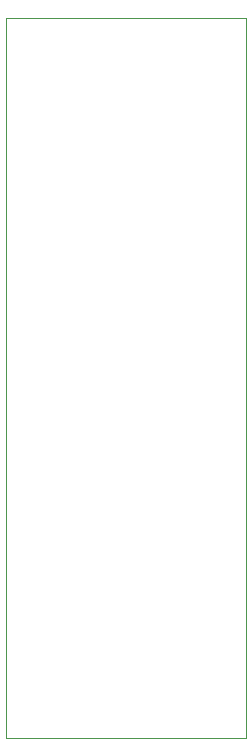
<source format=gko>
G04 Layer_Color=16711935*
%FSAX24Y24*%
%MOIN*%
G70*
G01*
G75*
%ADD26C,0.0010*%
D26*
X010000Y010000D02*
X018000D01*
Y034000D01*
X010000D02*
X018000D01*
X010000Y010000D02*
Y034000D01*
M02*

</source>
